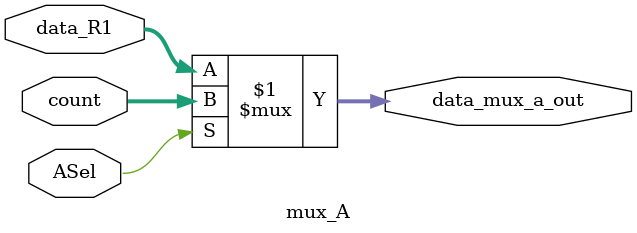
<source format=sv>
`timescale 1ns / 1ps
module mux_A(
    input logic ASel,
    input logic [31:0]count,
    input logic [31:0]data_R1,
    output logic [31:0]data_mux_a_out
);
    assign data_mux_a_out = (ASel) ? (count) : (data_R1);
endmodule

</source>
